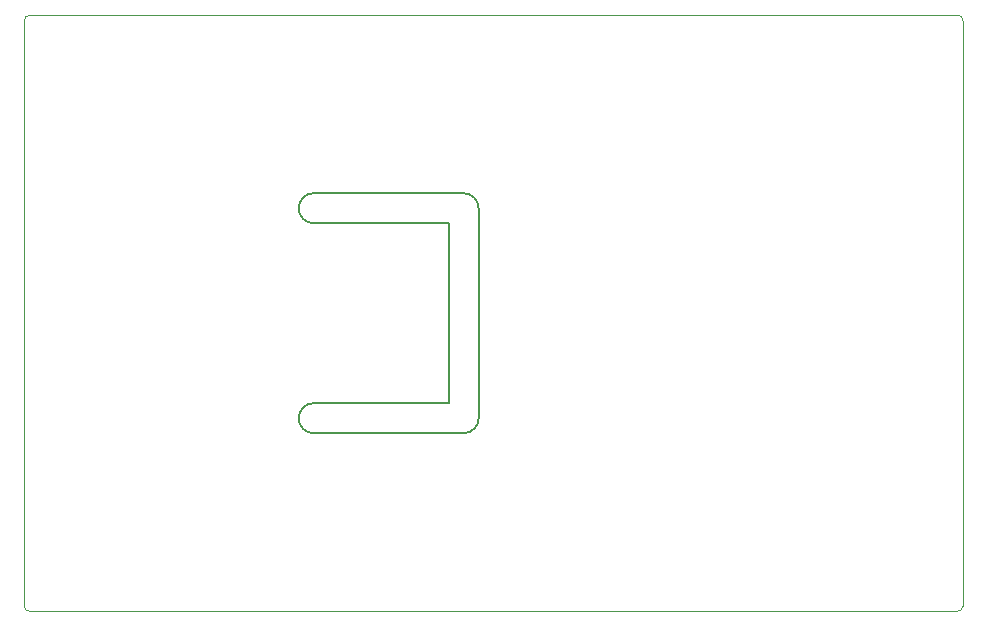
<source format=gbr>
G04 #@! TF.FileFunction,Profile,NP*
%FSLAX46Y46*%
G04 Gerber Fmt 4.6, Leading zero omitted, Abs format (unit mm)*
G04 Created by KiCad (PCBNEW 4.0.5) date 12/26/17 19:06:58*
%MOMM*%
%LPD*%
G01*
G04 APERTURE LIST*
%ADD10C,0.100000*%
%ADD11C,0.150000*%
G04 APERTURE END LIST*
D10*
X104895000Y-108435000D02*
G75*
G02X104395000Y-107935000I0J500000D01*
G01*
X183895000Y-107935000D02*
G75*
G02X183395000Y-108435000I-500000J0D01*
G01*
X183395000Y-57935000D02*
G75*
G02X183895000Y-58435000I0J-500000D01*
G01*
X104395000Y-58435000D02*
G75*
G02X104895000Y-57935000I500000J0D01*
G01*
X104895000Y-108435000D02*
X183395000Y-108435000D01*
X104895000Y-57935000D02*
X183395000Y-57935000D01*
X183895000Y-107935000D02*
X183895000Y-58435000D01*
X104395000Y-107935000D02*
X104395000Y-58435000D01*
D11*
X140335000Y-90805000D02*
X128905000Y-90805000D01*
X140335000Y-75565000D02*
X140335000Y-90805000D01*
X128905000Y-75565000D02*
X140335000Y-75565000D01*
X141605000Y-73025000D02*
X128905000Y-73025000D01*
X142875000Y-92075000D02*
X142875000Y-74295000D01*
X128905000Y-93345000D02*
X141605000Y-93345000D01*
X142875000Y-74295000D02*
G75*
G03X141605000Y-73025000I-1270000J0D01*
G01*
X141605000Y-93345000D02*
G75*
G03X142875000Y-92075000I0J1270000D01*
G01*
X128905000Y-90805000D02*
G75*
G03X127635000Y-92075000I0J-1270000D01*
G01*
X127635000Y-92075000D02*
G75*
G03X128905000Y-93345000I1270000J0D01*
G01*
X127635000Y-74295000D02*
G75*
G03X128905000Y-75565000I1270000J0D01*
G01*
X128905000Y-73025000D02*
G75*
G03X127635000Y-74295000I0J-1270000D01*
G01*
M02*

</source>
